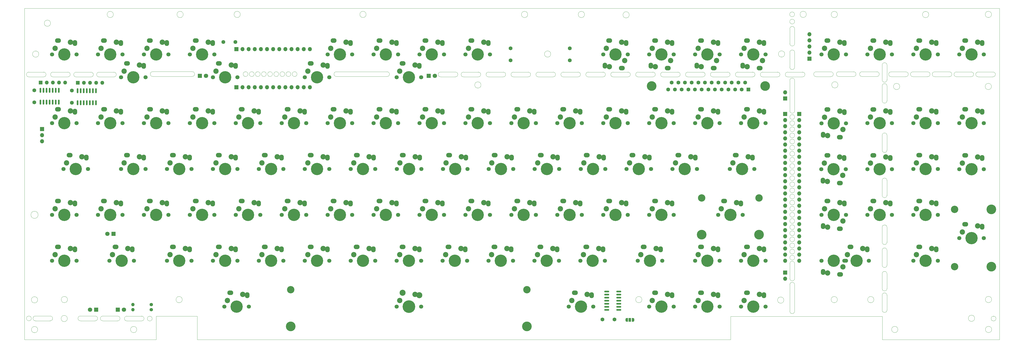
<source format=gbr>
G04 #@! TF.GenerationSoftware,KiCad,Pcbnew,7.0.6*
G04 #@! TF.CreationDate,2023-09-01T19:36:20-04:00*
G04 #@! TF.ProjectId,C128SX-mx,43313238-5358-42d6-9d78-2e6b69636164,1.0*
G04 #@! TF.SameCoordinates,Original*
G04 #@! TF.FileFunction,Soldermask,Bot*
G04 #@! TF.FilePolarity,Negative*
%FSLAX46Y46*%
G04 Gerber Fmt 4.6, Leading zero omitted, Abs format (unit mm)*
G04 Created by KiCad (PCBNEW 7.0.6) date 2023-09-01 19:36:20*
%MOMM*%
%LPD*%
G01*
G04 APERTURE LIST*
G04 Aperture macros list*
%AMRoundRect*
0 Rectangle with rounded corners*
0 $1 Rounding radius*
0 $2 $3 $4 $5 $6 $7 $8 $9 X,Y pos of 4 corners*
0 Add a 4 corners polygon primitive as box body*
4,1,4,$2,$3,$4,$5,$6,$7,$8,$9,$2,$3,0*
0 Add four circle primitives for the rounded corners*
1,1,$1+$1,$2,$3*
1,1,$1+$1,$4,$5*
1,1,$1+$1,$6,$7*
1,1,$1+$1,$8,$9*
0 Add four rect primitives between the rounded corners*
20,1,$1+$1,$2,$3,$4,$5,0*
20,1,$1+$1,$4,$5,$6,$7,0*
20,1,$1+$1,$6,$7,$8,$9,0*
20,1,$1+$1,$8,$9,$2,$3,0*%
%AMFreePoly0*
4,1,19,0.550000,-0.750000,0.000000,-0.750000,0.000000,-0.744911,-0.071157,-0.744911,-0.207708,-0.704816,-0.327430,-0.627875,-0.420627,-0.520320,-0.479746,-0.390866,-0.500000,-0.250000,-0.500000,0.250000,-0.479746,0.390866,-0.420627,0.520320,-0.327430,0.627875,-0.207708,0.704816,-0.071157,0.744911,0.000000,0.744911,0.000000,0.750000,0.550000,0.750000,0.550000,-0.750000,0.550000,-0.750000,
$1*%
%AMFreePoly1*
4,1,19,0.000000,0.744911,0.071157,0.744911,0.207708,0.704816,0.327430,0.627875,0.420627,0.520320,0.479746,0.390866,0.500000,0.250000,0.500000,-0.250000,0.479746,-0.390866,0.420627,-0.520320,0.327430,-0.627875,0.207708,-0.704816,0.071157,-0.744911,0.000000,-0.744911,0.000000,-0.750000,-0.550000,-0.750000,-0.550000,0.750000,0.000000,0.750000,0.000000,0.744911,0.000000,0.744911,
$1*%
G04 Aperture macros list end*
%ADD10C,1.700000*%
%ADD11C,5.100000*%
%ADD12C,2.200000*%
%ADD13O,1.900000X2.450000*%
%ADD14O,2.450000X1.900000*%
%ADD15R,1.800000X1.800000*%
%ADD16C,1.800000*%
%ADD17C,3.050000*%
%ADD18C,4.000000*%
%ADD19C,5.250000*%
%ADD20C,2.500000*%
%ADD21C,1.400000*%
%ADD22O,1.400000X1.400000*%
%ADD23R,1.700000X1.700000*%
%ADD24O,1.700000X1.700000*%
%ADD25RoundRect,0.150000X-0.150000X0.825000X-0.150000X-0.825000X0.150000X-0.825000X0.150000X0.825000X0*%
%ADD26R,1.600000X1.600000*%
%ADD27O,1.600000X1.600000*%
%ADD28C,1.600000*%
%ADD29FreePoly0,0.000000*%
%ADD30R,1.000000X1.500000*%
%ADD31FreePoly1,0.000000*%
%ADD32RoundRect,0.150000X0.825000X0.150000X-0.825000X0.150000X-0.825000X-0.150000X0.825000X-0.150000X0*%
G04 #@! TA.AperFunction,Profile*
%ADD33C,0.050000*%
G04 #@! TD*
G04 APERTURE END LIST*
D10*
X29530000Y-98230000D03*
D11*
X34610000Y-98230000D03*
D10*
X39690000Y-98230000D03*
D12*
X37150000Y-93150000D03*
D13*
X39010000Y-93530000D03*
D12*
X30800000Y-95690000D03*
D14*
X32010000Y-92480000D03*
D10*
X29530000Y-117280000D03*
D11*
X34610000Y-117280000D03*
D10*
X39690000Y-117280000D03*
D12*
X37150000Y-112200000D03*
D13*
X39010000Y-112580000D03*
D12*
X30800000Y-114740000D03*
D14*
X32010000Y-111530000D03*
D10*
X34292500Y-79180000D03*
D11*
X39372500Y-79180000D03*
D10*
X44452500Y-79180000D03*
D12*
X41912500Y-74100000D03*
D13*
X43772500Y-74480000D03*
D12*
X35562500Y-76640000D03*
D14*
X36772500Y-73430000D03*
D15*
X47823000Y-137600000D03*
D16*
X45283000Y-137600000D03*
D10*
X53342500Y-117280000D03*
D11*
X58422500Y-117280000D03*
D10*
X63502500Y-117280000D03*
D12*
X60962500Y-112200000D03*
D13*
X62822500Y-112580000D03*
D12*
X54612500Y-114740000D03*
D14*
X55822500Y-111530000D03*
D10*
X277141900Y-60130000D03*
D11*
X282221900Y-60130000D03*
D10*
X287301900Y-60130000D03*
D12*
X284761900Y-55050000D03*
D13*
X286621900Y-55430000D03*
D12*
X278411900Y-57590000D03*
D14*
X279621900Y-54380000D03*
D17*
X298935000Y-91230000D03*
D18*
X298935000Y-106470000D03*
D10*
X305755000Y-98230000D03*
D11*
X310835000Y-98230000D03*
D10*
X315915000Y-98230000D03*
D17*
X322735000Y-91230000D03*
D18*
X322735000Y-106470000D03*
D12*
X313375000Y-93150000D03*
D13*
X315235000Y-93530000D03*
D12*
X307025000Y-95690000D03*
D14*
X308235000Y-92480000D03*
D10*
X181930000Y-60130000D03*
D11*
X187010000Y-60130000D03*
D10*
X192090000Y-60130000D03*
D12*
X189550000Y-55050000D03*
D13*
X191410000Y-55430000D03*
D12*
X183200000Y-57590000D03*
D14*
X184410000Y-54380000D03*
D10*
X162880000Y-60130000D03*
D11*
X167960000Y-60130000D03*
D10*
X173040000Y-60130000D03*
D12*
X170500000Y-55050000D03*
D13*
X172360000Y-55430000D03*
D12*
X164150000Y-57590000D03*
D14*
X165360000Y-54380000D03*
D10*
X200980000Y-60130000D03*
D11*
X206060000Y-60130000D03*
D10*
X211140000Y-60130000D03*
D12*
X208600000Y-55050000D03*
D13*
X210460000Y-55430000D03*
D12*
X202250000Y-57590000D03*
D14*
X203460000Y-54380000D03*
D10*
X124792700Y-60130000D03*
D11*
X129872700Y-60130000D03*
D10*
X134952700Y-60130000D03*
D12*
X132412700Y-55050000D03*
D13*
X134272700Y-55430000D03*
D12*
X126062700Y-57590000D03*
D14*
X127272700Y-54380000D03*
D10*
X86680000Y-60130000D03*
D11*
X91760000Y-60130000D03*
D10*
X96840000Y-60130000D03*
D12*
X94300000Y-55050000D03*
D13*
X96160000Y-55430000D03*
D12*
X87950000Y-57590000D03*
D14*
X89160000Y-54380000D03*
D10*
X58105000Y-79180000D03*
D11*
X63185000Y-79180000D03*
D10*
X68265000Y-79180000D03*
D12*
X65725000Y-74100000D03*
D13*
X67585000Y-74480000D03*
D12*
X59375000Y-76640000D03*
D14*
X60585000Y-73430000D03*
D10*
X105730000Y-60130000D03*
D11*
X110810000Y-60130000D03*
D10*
X115890000Y-60130000D03*
D12*
X113350000Y-55050000D03*
D13*
X115210000Y-55430000D03*
D12*
X107000000Y-57590000D03*
D14*
X108210000Y-54380000D03*
D10*
X220030000Y-60130000D03*
D11*
X225110000Y-60130000D03*
D10*
X230190000Y-60130000D03*
D12*
X227650000Y-55050000D03*
D13*
X229510000Y-55430000D03*
D12*
X221300000Y-57590000D03*
D14*
X222510000Y-54380000D03*
D10*
X48605400Y-60130000D03*
D11*
X53685400Y-60130000D03*
D10*
X58765400Y-60130000D03*
D12*
X56225400Y-55050000D03*
D13*
X58085400Y-55430000D03*
D12*
X49875400Y-57590000D03*
D14*
X51085400Y-54380000D03*
D10*
X296230000Y-117280000D03*
D11*
X301310000Y-117280000D03*
D10*
X306390000Y-117280000D03*
D12*
X303850000Y-112200000D03*
D13*
X305710000Y-112580000D03*
D12*
X297500000Y-114740000D03*
D14*
X298710000Y-111530000D03*
D10*
X67655400Y-60130000D03*
D11*
X72735400Y-60130000D03*
D10*
X77815400Y-60130000D03*
D12*
X75275400Y-55050000D03*
D13*
X77135400Y-55430000D03*
D12*
X68925400Y-57590000D03*
D14*
X70135400Y-54380000D03*
D10*
X191455000Y-117280000D03*
D11*
X196535000Y-117280000D03*
D10*
X201615000Y-117280000D03*
D12*
X199075000Y-112200000D03*
D13*
X200935000Y-112580000D03*
D12*
X192725000Y-114740000D03*
D14*
X193935000Y-111530000D03*
D10*
X77155000Y-79180000D03*
D11*
X82235000Y-79180000D03*
D10*
X87315000Y-79180000D03*
D12*
X84775000Y-74100000D03*
D13*
X86635000Y-74480000D03*
D12*
X78425000Y-76640000D03*
D14*
X79635000Y-73430000D03*
D10*
X124780000Y-98230000D03*
D11*
X129860000Y-98230000D03*
D10*
X134940000Y-98230000D03*
D12*
X132400000Y-93150000D03*
D13*
X134260000Y-93530000D03*
D12*
X126050000Y-95690000D03*
D14*
X127260000Y-92480000D03*
D10*
X134305000Y-79180000D03*
D11*
X139385000Y-79180000D03*
D10*
X144465000Y-79180000D03*
D12*
X141925000Y-74100000D03*
D13*
X143785000Y-74480000D03*
D12*
X135575000Y-76640000D03*
D14*
X136785000Y-73430000D03*
D10*
X143830000Y-98230000D03*
D11*
X148910000Y-98230000D03*
D10*
X153990000Y-98230000D03*
D12*
X151450000Y-93150000D03*
D13*
X153310000Y-93530000D03*
D12*
X145100000Y-95690000D03*
D14*
X146310000Y-92480000D03*
D10*
X277141900Y-98230000D03*
D11*
X282221900Y-98230000D03*
D10*
X287301900Y-98230000D03*
D12*
X284761900Y-93150000D03*
D13*
X286621900Y-93530000D03*
D12*
X278411900Y-95690000D03*
D14*
X279621900Y-92480000D03*
D10*
X296230000Y-60130000D03*
D11*
X301310000Y-60130000D03*
D10*
X306390000Y-60130000D03*
D12*
X303850000Y-55050000D03*
D13*
X305710000Y-55430000D03*
D12*
X297500000Y-57590000D03*
D14*
X298710000Y-54380000D03*
D10*
X210505000Y-117280000D03*
D11*
X215585000Y-117280000D03*
D10*
X220665000Y-117280000D03*
D12*
X218125000Y-112200000D03*
D13*
X219985000Y-112580000D03*
D12*
X211775000Y-114740000D03*
D14*
X212985000Y-111530000D03*
D10*
X162867300Y-98230000D03*
D11*
X167947300Y-98230000D03*
D10*
X173027300Y-98230000D03*
D12*
X170487300Y-93150000D03*
D13*
X172347300Y-93530000D03*
D12*
X164137300Y-95690000D03*
D14*
X165347300Y-92480000D03*
D10*
X239080000Y-98230000D03*
D11*
X244160000Y-98230000D03*
D10*
X249240000Y-98230000D03*
D12*
X246700000Y-93150000D03*
D13*
X248560000Y-93530000D03*
D12*
X240350000Y-95690000D03*
D14*
X241560000Y-92480000D03*
D10*
X248782800Y-79180000D03*
D11*
X253862800Y-79180000D03*
D10*
X258942800Y-79180000D03*
D12*
X256402800Y-74100000D03*
D13*
X258262800Y-74480000D03*
D12*
X250052800Y-76640000D03*
D14*
X251262800Y-73430000D03*
D10*
X77155000Y-117280000D03*
D11*
X82235000Y-117280000D03*
D10*
X87315000Y-117280000D03*
D12*
X84775000Y-112200000D03*
D13*
X86635000Y-112580000D03*
D12*
X78425000Y-114740000D03*
D14*
X79635000Y-111530000D03*
D10*
X58105000Y-41080000D03*
D11*
X63185000Y-41080000D03*
D10*
X68265000Y-41080000D03*
D12*
X65725000Y-36000000D03*
D13*
X67585000Y-36380000D03*
D12*
X59375000Y-38540000D03*
D14*
X60585000Y-35330000D03*
D10*
X172405000Y-41080000D03*
D11*
X177485000Y-41080000D03*
D10*
X182565000Y-41080000D03*
D12*
X180025000Y-36000000D03*
D13*
X181885000Y-36380000D03*
D12*
X173675000Y-38540000D03*
D14*
X174885000Y-35330000D03*
D10*
X134305000Y-41080000D03*
D11*
X139385000Y-41080000D03*
D10*
X144465000Y-41080000D03*
D12*
X141925000Y-36000000D03*
D13*
X143785000Y-36380000D03*
D12*
X135575000Y-38540000D03*
D14*
X136785000Y-35330000D03*
D10*
X96205000Y-41080000D03*
D11*
X101285000Y-41080000D03*
D10*
X106365000Y-41080000D03*
D12*
X103825000Y-36000000D03*
D13*
X105685000Y-36380000D03*
D12*
X97475000Y-38540000D03*
D14*
X98685000Y-35330000D03*
D10*
X258130000Y-98230000D03*
D11*
X263210000Y-98230000D03*
D10*
X268290000Y-98230000D03*
D12*
X265750000Y-93150000D03*
D13*
X267610000Y-93530000D03*
D12*
X259400000Y-95690000D03*
D14*
X260610000Y-92480000D03*
D10*
X315280000Y-60130000D03*
D11*
X320360000Y-60130000D03*
D10*
X325440000Y-60130000D03*
D12*
X322900000Y-55050000D03*
D13*
X324760000Y-55430000D03*
D12*
X316550000Y-57590000D03*
D14*
X317760000Y-54380000D03*
D10*
X143830000Y-60130000D03*
D11*
X148910000Y-60130000D03*
D10*
X153990000Y-60130000D03*
D12*
X151450000Y-55050000D03*
D13*
X153310000Y-55430000D03*
D12*
X145100000Y-57590000D03*
D14*
X146310000Y-54380000D03*
D10*
X191683600Y-79180000D03*
D11*
X196763600Y-79180000D03*
D10*
X201843600Y-79180000D03*
D12*
X199303600Y-74100000D03*
D13*
X201163600Y-74480000D03*
D12*
X192953600Y-76640000D03*
D14*
X194163600Y-73430000D03*
D10*
X105730000Y-98230000D03*
D11*
X110810000Y-98230000D03*
D10*
X115890000Y-98230000D03*
D12*
X113350000Y-93150000D03*
D13*
X115210000Y-93530000D03*
D12*
X107000000Y-95690000D03*
D14*
X108210000Y-92480000D03*
D10*
X229720100Y-79180000D03*
D11*
X234800100Y-79180000D03*
D10*
X239880100Y-79180000D03*
D12*
X237340100Y-74100000D03*
D13*
X239200100Y-74480000D03*
D12*
X230990100Y-76640000D03*
D14*
X232200100Y-73430000D03*
D10*
X220030000Y-98230000D03*
D11*
X225110000Y-98230000D03*
D10*
X230190000Y-98230000D03*
D12*
X227650000Y-93150000D03*
D13*
X229510000Y-93530000D03*
D12*
X221300000Y-95690000D03*
D14*
X222510000Y-92480000D03*
D10*
X153418500Y-79180000D03*
D11*
X158498500Y-79180000D03*
D10*
X163578500Y-79180000D03*
D12*
X161038500Y-74100000D03*
D13*
X162898500Y-74480000D03*
D12*
X154688500Y-76640000D03*
D14*
X155898500Y-73430000D03*
D10*
X210644700Y-79180000D03*
D11*
X215724700Y-79180000D03*
D10*
X220804700Y-79180000D03*
D12*
X218264700Y-74100000D03*
D13*
X220124700Y-74480000D03*
D12*
X211914700Y-76640000D03*
D14*
X213124700Y-73430000D03*
D10*
X258117300Y-60130000D03*
D11*
X263197300Y-60130000D03*
D10*
X268277300Y-60130000D03*
D12*
X265737300Y-55050000D03*
D13*
X267597300Y-55430000D03*
D12*
X259387300Y-57590000D03*
D14*
X260597300Y-54380000D03*
D10*
X172493900Y-79180000D03*
D11*
X177573900Y-79180000D03*
D10*
X182653900Y-79180000D03*
D12*
X180113900Y-74100000D03*
D13*
X181973900Y-74480000D03*
D12*
X173763900Y-76640000D03*
D14*
X174973900Y-73430000D03*
D10*
X67630000Y-98230000D03*
D11*
X72710000Y-98230000D03*
D10*
X77790000Y-98230000D03*
D12*
X75250000Y-93150000D03*
D13*
X77110000Y-93530000D03*
D12*
X68900000Y-95690000D03*
D14*
X70110000Y-92480000D03*
D10*
X115255000Y-79180000D03*
D11*
X120335000Y-79180000D03*
D10*
X125415000Y-79180000D03*
D12*
X122875000Y-74100000D03*
D13*
X124735000Y-74480000D03*
D12*
X116525000Y-76640000D03*
D14*
X117735000Y-73430000D03*
D10*
X96205000Y-79180000D03*
D11*
X101285000Y-79180000D03*
D10*
X106365000Y-79180000D03*
D12*
X103825000Y-74100000D03*
D13*
X105685000Y-74480000D03*
D12*
X97475000Y-76640000D03*
D14*
X98685000Y-73430000D03*
D10*
X200967300Y-98230000D03*
D11*
X206047300Y-98230000D03*
D10*
X211127300Y-98230000D03*
D12*
X208587300Y-93150000D03*
D13*
X210447300Y-93530000D03*
D12*
X202237300Y-95690000D03*
D14*
X203447300Y-92480000D03*
D10*
X181917300Y-98230000D03*
D11*
X186997300Y-98230000D03*
D10*
X192077300Y-98230000D03*
D12*
X189537300Y-93150000D03*
D13*
X191397300Y-93530000D03*
D12*
X183187300Y-95690000D03*
D14*
X184397300Y-92480000D03*
D10*
X239080000Y-60130000D03*
D11*
X244160000Y-60130000D03*
D10*
X249240000Y-60130000D03*
D12*
X246700000Y-55050000D03*
D13*
X248560000Y-55430000D03*
D12*
X240350000Y-57590000D03*
D14*
X241560000Y-54380000D03*
D10*
X115255000Y-117280000D03*
D11*
X120335000Y-117280000D03*
D10*
X125415000Y-117280000D03*
D12*
X122875000Y-112200000D03*
D13*
X124735000Y-112580000D03*
D12*
X116525000Y-114740000D03*
D14*
X117735000Y-111530000D03*
D10*
X96205000Y-117280000D03*
D11*
X101285000Y-117280000D03*
D10*
X106365000Y-117280000D03*
D12*
X103825000Y-112200000D03*
D13*
X105685000Y-112580000D03*
D12*
X97475000Y-114740000D03*
D14*
X98685000Y-111530000D03*
D10*
X229555000Y-117280000D03*
D11*
X234635000Y-117280000D03*
D10*
X239715000Y-117280000D03*
D12*
X237175000Y-112200000D03*
D13*
X239035000Y-112580000D03*
D12*
X230825000Y-114740000D03*
D14*
X232035000Y-111530000D03*
D10*
X172405000Y-117280000D03*
D11*
X177485000Y-117280000D03*
D10*
X182565000Y-117280000D03*
D12*
X180025000Y-112200000D03*
D13*
X181885000Y-112580000D03*
D12*
X173675000Y-114740000D03*
D14*
X174885000Y-111530000D03*
D10*
X86680000Y-98230000D03*
D11*
X91760000Y-98230000D03*
D10*
X96840000Y-98230000D03*
D12*
X94300000Y-93150000D03*
D13*
X96160000Y-93530000D03*
D12*
X87950000Y-95690000D03*
D14*
X89160000Y-92480000D03*
D10*
X248605000Y-117280000D03*
D11*
X253685000Y-117280000D03*
D10*
X258765000Y-117280000D03*
D12*
X256225000Y-112200000D03*
D13*
X258085000Y-112580000D03*
D12*
X249875000Y-114740000D03*
D14*
X251085000Y-111530000D03*
D10*
X134305000Y-117280000D03*
D11*
X139385000Y-117280000D03*
D10*
X144465000Y-117280000D03*
D12*
X141925000Y-112200000D03*
D13*
X143785000Y-112580000D03*
D12*
X135575000Y-114740000D03*
D14*
X136785000Y-111530000D03*
D10*
X153355000Y-117280000D03*
D11*
X158435000Y-117280000D03*
D10*
X163515000Y-117280000D03*
D12*
X160975000Y-112200000D03*
D13*
X162835000Y-112580000D03*
D12*
X154625000Y-114740000D03*
D14*
X155835000Y-111530000D03*
D10*
X267743900Y-79180000D03*
D11*
X272823900Y-79180000D03*
D10*
X277903900Y-79180000D03*
D12*
X275363900Y-74100000D03*
D13*
X277223900Y-74480000D03*
D12*
X269013900Y-76640000D03*
D14*
X270223900Y-73430000D03*
D10*
X296242700Y-136330000D03*
D11*
X301322700Y-136330000D03*
D10*
X306402700Y-136330000D03*
D12*
X303862700Y-131250000D03*
D13*
X305722700Y-131630000D03*
D12*
X297512700Y-133790000D03*
D14*
X298722700Y-130580000D03*
D10*
X315241900Y-136330000D03*
D11*
X320321900Y-136330000D03*
D10*
X325401900Y-136330000D03*
D12*
X322861900Y-131250000D03*
D13*
X324721900Y-131630000D03*
D12*
X316511900Y-133790000D03*
D14*
X317721900Y-130580000D03*
D10*
X272417500Y-117280000D03*
D11*
X277497500Y-117280000D03*
D10*
X282577500Y-117280000D03*
D12*
X280037500Y-112200000D03*
D13*
X281897500Y-112580000D03*
D12*
X273687500Y-114740000D03*
D14*
X274897500Y-111530000D03*
D10*
X277180000Y-136330000D03*
D11*
X282260000Y-136330000D03*
D10*
X287340000Y-136330000D03*
D12*
X284800000Y-131250000D03*
D13*
X286660000Y-131630000D03*
D12*
X278450000Y-133790000D03*
D14*
X279660000Y-130580000D03*
D15*
X56775000Y-137625000D03*
D16*
X59315000Y-137625000D03*
D17*
X128485000Y-129330000D03*
D18*
X128485000Y-144570000D03*
D10*
X172405000Y-136330000D03*
D19*
X177485000Y-136330000D03*
D10*
X182565000Y-136330000D03*
D17*
X226485000Y-129330000D03*
D18*
X226485000Y-144570000D03*
D12*
X180025000Y-131250000D03*
D20*
X181885000Y-131630000D03*
D12*
X173675000Y-133790000D03*
D20*
X174885000Y-130580000D03*
D10*
X348617500Y-60223300D03*
D11*
X353697500Y-60223300D03*
D10*
X358777500Y-60223300D03*
D12*
X356237500Y-55143300D03*
D13*
X358097500Y-55523300D03*
D12*
X349887500Y-57683300D03*
D14*
X351097500Y-54473300D03*
D10*
X181930000Y-31555000D03*
D11*
X187010000Y-31555000D03*
D10*
X192090000Y-31555000D03*
D12*
X189550000Y-26475000D03*
D13*
X191410000Y-26855000D03*
D12*
X183200000Y-29015000D03*
D14*
X184410000Y-25805000D03*
D10*
X48580000Y-98230000D03*
D11*
X53660000Y-98230000D03*
D10*
X58740000Y-98230000D03*
D12*
X56200000Y-93150000D03*
D13*
X58060000Y-93530000D03*
D12*
X49850000Y-95690000D03*
D14*
X51060000Y-92480000D03*
D10*
X358777500Y-98200000D03*
D11*
X353697500Y-98200000D03*
D10*
X348617500Y-98200000D03*
D12*
X351157500Y-103280000D03*
D13*
X349297500Y-102900000D03*
D12*
X357507500Y-100740000D03*
D14*
X356297500Y-103950000D03*
D10*
X268290000Y-31555000D03*
D11*
X263210000Y-31555000D03*
D10*
X258130000Y-31555000D03*
D12*
X260670000Y-36635000D03*
D13*
X258810000Y-36255000D03*
D12*
X267020000Y-34095000D03*
D14*
X265810000Y-37305000D03*
D10*
X29530000Y-60130000D03*
D11*
X34610000Y-60130000D03*
D10*
X39690000Y-60130000D03*
D12*
X37150000Y-55050000D03*
D13*
X39010000Y-55430000D03*
D12*
X30800000Y-57590000D03*
D14*
X32010000Y-54380000D03*
D10*
X367667500Y-60170000D03*
D11*
X372747500Y-60170000D03*
D10*
X377827500Y-60170000D03*
D12*
X375287500Y-55090000D03*
D13*
X377147500Y-55470000D03*
D12*
X368937500Y-57630000D03*
D14*
X370147500Y-54420000D03*
D10*
X86680000Y-31555000D03*
D11*
X91760000Y-31555000D03*
D10*
X96840000Y-31555000D03*
D12*
X94300000Y-26475000D03*
D13*
X96160000Y-26855000D03*
D12*
X87950000Y-29015000D03*
D14*
X89160000Y-25805000D03*
D15*
X54975000Y-106100000D03*
D16*
X52435000Y-106100000D03*
D10*
X306390000Y-31555000D03*
D11*
X301310000Y-31555000D03*
D10*
X296230000Y-31555000D03*
D12*
X298770000Y-36635000D03*
D13*
X296910000Y-36255000D03*
D12*
X305120000Y-34095000D03*
D14*
X303910000Y-37305000D03*
D15*
X185775000Y-40500000D03*
D16*
X188315000Y-40500000D03*
D10*
X348617500Y-98200000D03*
D11*
X353697500Y-98200000D03*
D10*
X358777500Y-98200000D03*
D12*
X356237500Y-93120000D03*
D13*
X358097500Y-93500000D03*
D12*
X349887500Y-95660000D03*
D14*
X351097500Y-92450000D03*
D10*
X358750500Y-79273300D03*
D11*
X353670500Y-79273300D03*
D10*
X348590500Y-79273300D03*
D12*
X351130500Y-84353300D03*
D13*
X349270500Y-83973300D03*
D12*
X357480500Y-81813300D03*
D14*
X356270500Y-85023300D03*
D10*
X287340000Y-31555000D03*
D11*
X282260000Y-31555000D03*
D10*
X277180000Y-31555000D03*
D12*
X279720000Y-36635000D03*
D13*
X277860000Y-36255000D03*
D12*
X286070000Y-34095000D03*
D14*
X284860000Y-37305000D03*
D10*
X367667500Y-98200000D03*
D11*
X372747500Y-98200000D03*
D10*
X377827500Y-98200000D03*
D12*
X375287500Y-93120000D03*
D13*
X377147500Y-93500000D03*
D12*
X368937500Y-95660000D03*
D14*
X370147500Y-92450000D03*
D10*
X143830000Y-31555000D03*
D11*
X148910000Y-31555000D03*
D10*
X153990000Y-31555000D03*
D12*
X151450000Y-26475000D03*
D13*
X153310000Y-26855000D03*
D12*
X145100000Y-29015000D03*
D14*
X146310000Y-25805000D03*
D10*
X386717500Y-60130000D03*
D11*
X391797500Y-60130000D03*
D10*
X396877500Y-60130000D03*
D12*
X394337500Y-55050000D03*
D13*
X396197500Y-55430000D03*
D12*
X387987500Y-57590000D03*
D14*
X389197500Y-54380000D03*
D10*
X405767500Y-31555000D03*
D11*
X410847500Y-31555000D03*
D10*
X415927500Y-31555000D03*
D12*
X413387500Y-26475000D03*
D13*
X415247500Y-26855000D03*
D12*
X407037500Y-29015000D03*
D14*
X408247500Y-25805000D03*
D10*
X100967500Y-136330000D03*
D11*
X106047500Y-136330000D03*
D10*
X111127500Y-136330000D03*
D12*
X108587500Y-131250000D03*
D13*
X110447500Y-131630000D03*
D12*
X102237500Y-133790000D03*
D14*
X103447500Y-130580000D03*
D10*
X315280000Y-31555000D03*
D11*
X320360000Y-31555000D03*
D10*
X325440000Y-31555000D03*
D12*
X322900000Y-26475000D03*
D13*
X324760000Y-26855000D03*
D12*
X316550000Y-29015000D03*
D14*
X317760000Y-25805000D03*
D10*
X315280000Y-117280000D03*
D11*
X320360000Y-117280000D03*
D10*
X325440000Y-117280000D03*
D12*
X322900000Y-112200000D03*
D13*
X324760000Y-112580000D03*
D12*
X316550000Y-114740000D03*
D14*
X317760000Y-111530000D03*
D10*
X386717500Y-117270000D03*
D11*
X391797500Y-117270000D03*
D10*
X396877500Y-117270000D03*
D12*
X394337500Y-112190000D03*
D13*
X396197500Y-112570000D03*
D12*
X387987500Y-114730000D03*
D14*
X389197500Y-111520000D03*
D10*
X286793900Y-79180000D03*
D11*
X291873900Y-79180000D03*
D10*
X296953900Y-79180000D03*
D12*
X294413900Y-74100000D03*
D13*
X296273900Y-74480000D03*
D12*
X288063900Y-76640000D03*
D14*
X289273900Y-73430000D03*
D10*
X162880000Y-31555000D03*
D11*
X167960000Y-31555000D03*
D10*
X173040000Y-31555000D03*
D12*
X170500000Y-26475000D03*
D13*
X172360000Y-26855000D03*
D12*
X164150000Y-29015000D03*
D14*
X165360000Y-25805000D03*
D10*
X296230000Y-31555000D03*
D11*
X301310000Y-31555000D03*
D10*
X306390000Y-31555000D03*
D12*
X303850000Y-26475000D03*
D13*
X305710000Y-26855000D03*
D12*
X297500000Y-29015000D03*
D14*
X298710000Y-25805000D03*
D10*
X310581000Y-79180000D03*
D11*
X315661000Y-79180000D03*
D10*
X320741000Y-79180000D03*
D12*
X318201000Y-74100000D03*
D13*
X320061000Y-74480000D03*
D12*
X311851000Y-76640000D03*
D14*
X313061000Y-73430000D03*
D10*
X277180000Y-31555000D03*
D11*
X282260000Y-31555000D03*
D10*
X287340000Y-31555000D03*
D12*
X284800000Y-26475000D03*
D13*
X286660000Y-26855000D03*
D12*
X278450000Y-29015000D03*
D14*
X279660000Y-25805000D03*
D10*
X386717500Y-79180000D03*
D11*
X391797500Y-79180000D03*
D10*
X396877500Y-79180000D03*
D12*
X394337500Y-74100000D03*
D13*
X396197500Y-74480000D03*
D12*
X387987500Y-76640000D03*
D14*
X389197500Y-73430000D03*
D10*
X258130000Y-31555000D03*
D11*
X263210000Y-31555000D03*
D10*
X268290000Y-31555000D03*
D12*
X265750000Y-26475000D03*
D13*
X267610000Y-26855000D03*
D12*
X259400000Y-29015000D03*
D14*
X260610000Y-25805000D03*
D10*
X348617500Y-31555000D03*
D11*
X353697500Y-31555000D03*
D10*
X358777500Y-31555000D03*
D12*
X356237500Y-26475000D03*
D13*
X358097500Y-26855000D03*
D12*
X349887500Y-29015000D03*
D14*
X351097500Y-25805000D03*
D10*
X48580000Y-31555000D03*
D11*
X53660000Y-31555000D03*
D10*
X58740000Y-31555000D03*
D12*
X56200000Y-26475000D03*
D13*
X58060000Y-26855000D03*
D12*
X49850000Y-29015000D03*
D14*
X51060000Y-25805000D03*
D10*
X348590500Y-79273300D03*
D11*
X353670500Y-79273300D03*
D10*
X358750500Y-79273300D03*
D12*
X356210500Y-74193300D03*
D13*
X358070500Y-74573300D03*
D12*
X349860500Y-76733300D03*
D14*
X351070500Y-73523300D03*
D10*
X367667500Y-31555000D03*
D11*
X372747500Y-31555000D03*
D10*
X377827500Y-31555000D03*
D12*
X375287500Y-26475000D03*
D13*
X377147500Y-26855000D03*
D12*
X368937500Y-29015000D03*
D14*
X370147500Y-25805000D03*
D10*
X325440000Y-31555000D03*
D11*
X320360000Y-31555000D03*
D10*
X315280000Y-31555000D03*
D12*
X317820000Y-36635000D03*
D13*
X315960000Y-36255000D03*
D12*
X324170000Y-34095000D03*
D14*
X322960000Y-37305000D03*
D10*
X358779900Y-117244200D03*
D11*
X353699900Y-117244200D03*
D10*
X348619900Y-117244200D03*
D12*
X351159900Y-122324200D03*
D13*
X349299900Y-121944200D03*
D12*
X357509900Y-119784200D03*
D14*
X356299900Y-122994200D03*
D10*
X367667500Y-79273300D03*
D11*
X372747500Y-79273300D03*
D10*
X377827500Y-79273300D03*
D12*
X375287500Y-74193300D03*
D13*
X377147500Y-74573300D03*
D12*
X368937500Y-76733300D03*
D14*
X370147500Y-73523300D03*
D10*
X29530000Y-31555000D03*
D11*
X34610000Y-31555000D03*
D10*
X39690000Y-31555000D03*
D12*
X37150000Y-26475000D03*
D13*
X39010000Y-26855000D03*
D12*
X30800000Y-29015000D03*
D14*
X32010000Y-25805000D03*
D10*
X386717500Y-98210000D03*
D11*
X391797500Y-98210000D03*
D10*
X396877500Y-98210000D03*
D12*
X394337500Y-93130000D03*
D13*
X396197500Y-93510000D03*
D12*
X387987500Y-95670000D03*
D14*
X389197500Y-92460000D03*
D10*
X67630000Y-31555000D03*
D11*
X72710000Y-31555000D03*
D10*
X77790000Y-31555000D03*
D12*
X75250000Y-26475000D03*
D13*
X77110000Y-26855000D03*
D12*
X68900000Y-29015000D03*
D14*
X70110000Y-25805000D03*
D10*
X358142500Y-117244900D03*
D11*
X363222500Y-117244900D03*
D10*
X368302500Y-117244900D03*
D12*
X365762500Y-112164900D03*
D13*
X367622500Y-112544900D03*
D12*
X359412500Y-114704900D03*
D14*
X360622500Y-111494900D03*
D10*
X200980000Y-31555000D03*
D11*
X206060000Y-31555000D03*
D10*
X211140000Y-31555000D03*
D12*
X208600000Y-26475000D03*
D13*
X210460000Y-26855000D03*
D12*
X202250000Y-29015000D03*
D14*
X203460000Y-25805000D03*
D10*
X358777500Y-60223300D03*
D11*
X353697500Y-60223300D03*
D10*
X348617500Y-60223300D03*
D12*
X351157500Y-65303300D03*
D13*
X349297500Y-64923300D03*
D12*
X357507500Y-62763300D03*
D14*
X356297500Y-65973300D03*
D10*
X243842500Y-136330000D03*
D11*
X248922500Y-136330000D03*
D10*
X254002500Y-136330000D03*
D12*
X251462500Y-131250000D03*
D13*
X253322500Y-131630000D03*
D12*
X245112500Y-133790000D03*
D14*
X246322500Y-130580000D03*
D17*
X403847500Y-95948300D03*
X403847500Y-119748300D03*
D10*
X405767500Y-107848300D03*
D11*
X410847500Y-107848300D03*
D10*
X415927500Y-107848300D03*
D18*
X419087500Y-95948300D03*
X419087500Y-119748300D03*
D12*
X413387500Y-102768300D03*
D13*
X415247500Y-103148300D03*
D12*
X407037500Y-105308300D03*
D14*
X408247500Y-102098300D03*
D10*
X405767500Y-60130000D03*
D11*
X410847500Y-60130000D03*
D10*
X415927500Y-60130000D03*
D12*
X413387500Y-55050000D03*
D13*
X415247500Y-55430000D03*
D12*
X407037500Y-57590000D03*
D14*
X408247500Y-54380000D03*
D15*
X90810000Y-40450000D03*
D16*
X93350000Y-40450000D03*
D10*
X405767500Y-79273300D03*
D11*
X410847500Y-79273300D03*
D10*
X415927500Y-79273300D03*
D12*
X413387500Y-74193300D03*
D13*
X415247500Y-74573300D03*
D12*
X407037500Y-76733300D03*
D14*
X408247500Y-73523300D03*
D10*
X386717500Y-31555000D03*
D11*
X391797500Y-31555000D03*
D10*
X396877500Y-31555000D03*
D12*
X394337500Y-26475000D03*
D13*
X396197500Y-26855000D03*
D12*
X387987500Y-29015000D03*
D14*
X389197500Y-25805000D03*
D21*
X70650000Y-135450000D03*
D22*
X63030000Y-135450000D03*
D23*
X333550000Y-49925000D03*
D24*
X333550000Y-47385000D03*
D23*
X105974900Y-29419200D03*
D24*
X108514900Y-29419200D03*
X111054900Y-29419200D03*
X113594900Y-29419200D03*
X116134900Y-29419200D03*
X118674900Y-29419200D03*
X121214900Y-29419200D03*
X123754900Y-29419200D03*
X126294900Y-29419200D03*
X128834900Y-29419200D03*
X131374900Y-29419200D03*
X133914900Y-29419200D03*
X136454900Y-29419200D03*
D23*
X105959901Y-45194200D03*
D24*
X108499901Y-45194200D03*
X111039901Y-45194200D03*
X113579901Y-45194200D03*
X116119901Y-45194200D03*
X118659901Y-45194200D03*
X121199901Y-45194200D03*
X123739901Y-45194200D03*
X126279901Y-45194200D03*
X128819901Y-45194200D03*
X131359901Y-45194200D03*
X133899901Y-45194200D03*
X136439901Y-45194200D03*
D25*
X40150000Y-46700000D03*
X41420000Y-46700000D03*
X42690000Y-46700000D03*
X43960000Y-46700000D03*
X45230000Y-46700000D03*
X46500000Y-46700000D03*
X47770000Y-46700000D03*
X47770000Y-51650000D03*
X46500000Y-51650000D03*
X45230000Y-51650000D03*
X43960000Y-51650000D03*
X42690000Y-51650000D03*
X41420000Y-51650000D03*
X40150000Y-51650000D03*
D26*
X24810000Y-43300000D03*
D27*
X27350000Y-43300000D03*
X29890000Y-43300000D03*
X32430000Y-43300000D03*
X34970000Y-43300000D03*
D23*
X333575000Y-122200000D03*
D24*
X333575000Y-124740000D03*
D23*
X339375000Y-56325000D03*
D24*
X339375000Y-58865000D03*
X339375000Y-61405000D03*
X339375000Y-63945000D03*
X339375000Y-66485000D03*
X339375000Y-69025000D03*
X339375000Y-71565000D03*
X339375000Y-74105000D03*
X339375000Y-76645000D03*
X339375000Y-79185000D03*
X339375000Y-81725000D03*
X339375000Y-84265000D03*
X339375000Y-86805000D03*
X339375000Y-89345000D03*
X339375000Y-91885000D03*
X339375000Y-94425000D03*
X339375000Y-96965000D03*
X339375000Y-99505000D03*
X339375000Y-102045000D03*
X339375000Y-104585000D03*
X339375000Y-107125000D03*
X339375000Y-109665000D03*
X339375000Y-112205000D03*
X339375000Y-114745000D03*
X339375000Y-117285000D03*
D28*
X22145000Y-46475000D03*
X22145000Y-51475000D03*
D29*
X267850000Y-141875000D03*
D30*
X269150000Y-141875000D03*
D31*
X270450000Y-141875000D03*
D23*
X343649900Y-33394200D03*
D24*
X343649900Y-30854200D03*
X343649900Y-28314200D03*
X343649900Y-25774200D03*
X343649900Y-23234200D03*
D28*
X219699900Y-29094200D03*
X219699900Y-34094200D03*
D26*
X40185000Y-43325000D03*
D27*
X42725000Y-43325000D03*
X45265000Y-43325000D03*
X47805000Y-43325000D03*
X50345000Y-43325000D03*
D23*
X333550000Y-56300000D03*
D24*
X333550000Y-58840000D03*
X333550000Y-61380000D03*
X333550000Y-63920000D03*
X333550000Y-66460000D03*
X333550000Y-69000000D03*
X333550000Y-71540000D03*
X333550000Y-74080000D03*
X333550000Y-76620000D03*
X333550000Y-79160000D03*
X333550000Y-81700000D03*
X333550000Y-84240000D03*
X333550000Y-86780000D03*
X333550000Y-89320000D03*
X333550000Y-91860000D03*
X333550000Y-94400000D03*
X333550000Y-96940000D03*
X333550000Y-99480000D03*
X333550000Y-102020000D03*
X333550000Y-104560000D03*
X333550000Y-107100000D03*
X333550000Y-109640000D03*
X333550000Y-112180000D03*
X333550000Y-114720000D03*
X333550000Y-117260000D03*
D21*
X70675000Y-137600000D03*
D22*
X63055000Y-137600000D03*
D25*
X24725000Y-46500000D03*
X25995000Y-46500000D03*
X27265000Y-46500000D03*
X28535000Y-46500000D03*
X29805000Y-46500000D03*
X31075000Y-46500000D03*
X32345000Y-46500000D03*
X32345000Y-51450000D03*
X31075000Y-51450000D03*
X29805000Y-51450000D03*
X28535000Y-51450000D03*
X27265000Y-51450000D03*
X25995000Y-51450000D03*
X24725000Y-51450000D03*
D28*
X105549900Y-26469200D03*
X100549900Y-26469200D03*
X37745000Y-46625000D03*
X37745000Y-51625000D03*
X244249900Y-29094200D03*
X244249900Y-34094200D03*
X257774469Y-141650698D03*
X262774469Y-141650698D03*
D32*
X264524569Y-130081498D03*
X264524569Y-131351498D03*
X264524569Y-132621498D03*
X264524569Y-133891498D03*
X264524569Y-135161498D03*
X264524569Y-136431498D03*
X264524569Y-137701498D03*
X259574569Y-137701498D03*
X259574569Y-136431498D03*
X259574569Y-135161498D03*
X259574569Y-133891498D03*
X259574569Y-132621498D03*
X259574569Y-131351498D03*
X259574569Y-130081498D03*
D18*
X278158000Y-44740000D03*
X325258000Y-44740000D03*
D26*
X318328000Y-46160000D03*
D28*
X315558000Y-46160000D03*
X312788000Y-46160000D03*
X310018000Y-46160000D03*
X307248000Y-46160000D03*
X304478000Y-46160000D03*
X301708000Y-46160000D03*
X298938000Y-46160000D03*
X296168000Y-46160000D03*
X293398000Y-46160000D03*
X290628000Y-46160000D03*
X287858000Y-46160000D03*
X285088000Y-46160000D03*
X316943000Y-43320000D03*
X314173000Y-43320000D03*
X311403000Y-43320000D03*
X308633000Y-43320000D03*
X305863000Y-43320000D03*
X303093000Y-43320000D03*
X300323000Y-43320000D03*
X297553000Y-43320000D03*
X294783000Y-43320000D03*
X292013000Y-43320000D03*
X289243000Y-43320000D03*
X286473000Y-43320000D03*
D23*
X25375000Y-62575000D03*
D24*
X25375000Y-65115000D03*
X25375000Y-67655000D03*
D33*
X337450312Y-14950000D02*
G75*
G03*
X337450312Y-14950000I-1000312J0D01*
G01*
X337475312Y-17950000D02*
G75*
G03*
X337475312Y-17950000I-1000312J0D01*
G01*
X64675000Y-145850000D02*
G75*
G03*
X64675000Y-145850000I-1300000J0D01*
G01*
X23575000Y-145875000D02*
G75*
G03*
X23575000Y-145875000I-1300000J0D01*
G01*
X412150000Y-141175000D02*
G75*
G03*
X412150000Y-141175000I-1300000J0D01*
G01*
X159775000Y-14975000D02*
G75*
G03*
X159775000Y-14975000I-1300000J0D01*
G01*
X35875000Y-141275000D02*
G75*
G03*
X35875000Y-141275000I-1300000J0D01*
G01*
X54950000Y-15000000D02*
G75*
G03*
X54950000Y-15000000I-1300000J0D01*
G01*
X268900000Y-15150000D02*
G75*
G03*
X268900000Y-15150000I-1300000J0D01*
G01*
X393125000Y-15025000D02*
G75*
G03*
X393125000Y-15025000I-1300000J0D01*
G01*
X237326921Y-38924999D02*
X231201921Y-38924999D01*
X337500312Y-98225000D02*
G75*
G03*
X337500312Y-98225000I-1000312J0D01*
G01*
X262228841Y-38925000D02*
G75*
G03*
X262228841Y-40925000I-41J-1000000D01*
G01*
X373800000Y-65200000D02*
X373800000Y-71325000D01*
X168450000Y-38775000D02*
X147450000Y-38775000D01*
X375800000Y-90075000D02*
X375800000Y-83950000D01*
X337500000Y-55025000D02*
X337500000Y-42425001D01*
X231201921Y-38925000D02*
G75*
G03*
X231201921Y-40925000I-21J-1000000D01*
G01*
X401687500Y-38825000D02*
X395562500Y-38825000D01*
X355825000Y-38774999D02*
G75*
G03*
X355825000Y-40775001I0J-1000001D01*
G01*
X55150000Y-38949999D02*
X49025000Y-38949999D01*
X395562500Y-38824999D02*
G75*
G03*
X395562500Y-40825001I0J-1000001D01*
G01*
X60550000Y-142275001D02*
X66675000Y-142275001D01*
X313940376Y-40925000D02*
X320065376Y-40925000D01*
X272571148Y-38925000D02*
G75*
G03*
X272571148Y-40925000I-48J-1000000D01*
G01*
X413625000Y-40875001D02*
X419750000Y-40875001D01*
X226800000Y-15000000D02*
G75*
G03*
X226800000Y-15000000I-1300000J0D01*
G01*
X50575000Y-142250001D02*
X56700000Y-142250001D01*
X216642307Y-40925001D02*
G75*
G03*
X216642307Y-38924999I-7J1000001D01*
G01*
X361950000Y-38775000D02*
X355825000Y-38775000D01*
X404593750Y-40850001D02*
X410718750Y-40850001D01*
X380325000Y-145825000D02*
G75*
G03*
X380325000Y-145825000I-1300000J0D01*
G01*
X196800000Y-38900000D02*
X190675000Y-38900000D01*
X333025000Y-133625000D02*
G75*
G03*
X333025000Y-133625000I-1300000J0D01*
G01*
X330407683Y-40925001D02*
G75*
G03*
X330407683Y-38924999I17J1000001D01*
G01*
X115850212Y-39769200D02*
G75*
G03*
X115850212Y-39769200I-1000312J0D01*
G01*
X375800000Y-44700000D02*
G75*
G03*
X373800000Y-44700000I-1000000J0D01*
G01*
X337500312Y-65225000D02*
G75*
G03*
X337500312Y-65225000I-1000312J0D01*
G01*
X71250000Y-40744201D02*
X87650000Y-40744200D01*
X342350000Y-14950000D02*
G75*
G03*
X342350000Y-14950000I-1300000J0D01*
G01*
X335500000Y-36875000D02*
G75*
G03*
X337500000Y-36875000I1000000J0D01*
G01*
X335500000Y-124625000D02*
G75*
G03*
X337500000Y-124625000I1000000J0D01*
G01*
X190675000Y-40900001D02*
X196800000Y-40900001D01*
X120925212Y-39769200D02*
G75*
G03*
X120925212Y-39769200I-1000312J0D01*
G01*
X375800000Y-122700000D02*
G75*
G03*
X373800000Y-122700000I-1000000J0D01*
G01*
X210517307Y-38925000D02*
G75*
G03*
X210517307Y-40925000I-7J-1000000D01*
G01*
X375800000Y-65200000D02*
G75*
G03*
X373800000Y-65200000I-1000000J0D01*
G01*
X337500000Y-118500000D02*
G75*
G03*
X335500000Y-118500000I-1000000J0D01*
G01*
X330407683Y-38924999D02*
X324282683Y-38924999D01*
X190675000Y-38899999D02*
G75*
G03*
X190675000Y-40900001I0J-1000001D01*
G01*
X335500000Y-20975000D02*
X335500000Y-27100000D01*
X373800000Y-131625000D02*
X373800000Y-137750000D01*
X268353841Y-40925001D02*
G75*
G03*
X268353841Y-38924999I-41J1000001D01*
G01*
X45650000Y-40950001D02*
G75*
G03*
X45650000Y-38949999I0J1000001D01*
G01*
X337500312Y-77925000D02*
G75*
G03*
X337500312Y-77925000I-1000312J0D01*
G01*
X371575000Y-40775000D02*
G75*
G03*
X371575000Y-38775000I0J1000000D01*
G01*
X66675000Y-140275000D02*
X60550000Y-140275000D01*
X206300000Y-38924999D02*
X200175000Y-38924999D01*
X337500312Y-90600000D02*
G75*
G03*
X337500312Y-90600000I-1000312J0D01*
G01*
X320065376Y-38924999D02*
X313940376Y-38924999D01*
X226984614Y-40925001D02*
G75*
G03*
X226984614Y-38924999I-14J1000001D01*
G01*
X128550212Y-39769200D02*
G75*
G03*
X128550212Y-39769200I-1000312J0D01*
G01*
X200175000Y-38925000D02*
G75*
G03*
X200175000Y-40925000I0J-1000000D01*
G01*
X373827000Y-140394000D02*
X373827000Y-150046000D01*
X293255762Y-38925000D02*
G75*
G03*
X293255762Y-40925000I38J-1000000D01*
G01*
X410718750Y-40850000D02*
G75*
G03*
X410718750Y-38850000I-50J1000000D01*
G01*
X36050000Y-38925000D02*
X29925000Y-38925000D01*
X39525000Y-40950000D02*
X45650000Y-40950000D01*
X373800000Y-90075000D02*
G75*
G03*
X375800000Y-90075000I1000000J0D01*
G01*
X335499999Y-127225002D02*
X335500000Y-138225002D01*
X335499999Y-42425001D02*
X335500000Y-55025001D01*
X375800000Y-131625000D02*
G75*
G03*
X373800000Y-131625000I-1000000J0D01*
G01*
X335500000Y-30750000D02*
X335500000Y-36875000D01*
X375800000Y-128825000D02*
X375800000Y-122700000D01*
X196800000Y-40900000D02*
G75*
G03*
X196800000Y-38900000I0J1000000D01*
G01*
X395562500Y-40825001D02*
X401687500Y-40825001D01*
X346400000Y-38799999D02*
G75*
G03*
X346400000Y-40800001I0J-1000001D01*
G01*
X401687500Y-40825000D02*
G75*
G03*
X401687500Y-38825000I0J1000000D01*
G01*
X216642307Y-38924999D02*
X210517307Y-38924999D01*
X333375000Y-31400000D02*
G75*
G03*
X333375000Y-31400000I-1300000J0D01*
G01*
X337500312Y-100775000D02*
G75*
G03*
X337500312Y-100775000I-1000312J0D01*
G01*
X83525000Y-133425000D02*
G75*
G03*
X83525000Y-133425000I-1300000J0D01*
G01*
X337500312Y-75375000D02*
G75*
G03*
X337500312Y-75375000I-1000312J0D01*
G01*
X352525000Y-38800000D02*
X346400000Y-38800000D01*
X373800000Y-128825000D02*
G75*
G03*
X375800000Y-128825000I1000000J0D01*
G01*
X49025000Y-40950000D02*
X55150000Y-40950000D01*
X87650000Y-40744200D02*
G75*
G03*
X87650000Y-38744200I0J1000000D01*
G01*
X113350212Y-39769200D02*
G75*
G03*
X113350212Y-39769200I-1000312J0D01*
G01*
X365450000Y-40775001D02*
X371575000Y-40775001D01*
X220859614Y-40925000D02*
X226984614Y-40925000D01*
X419200000Y-133375000D02*
G75*
G03*
X419200000Y-133375000I-1300000J0D01*
G01*
X373800000Y-36025000D02*
X373800000Y-42150000D01*
X377500000Y-38824999D02*
G75*
G03*
X377500000Y-40825001I0J-1000001D01*
G01*
X419750000Y-38875000D02*
X413625000Y-38875000D01*
X123500212Y-39769200D02*
G75*
G03*
X123500212Y-39769200I-1000312J0D01*
G01*
X375800000Y-119087500D02*
X375800000Y-112962500D01*
X282913455Y-40925000D02*
X289038455Y-40925000D01*
X55150000Y-40950001D02*
G75*
G03*
X55150000Y-38949999I0J1000001D01*
G01*
X373827000Y-140394000D02*
X310962000Y-140394000D01*
X373800000Y-119087500D02*
G75*
G03*
X375800000Y-119087500I1000000J0D01*
G01*
X22625000Y-140224999D02*
G75*
G03*
X22625000Y-142225001I0J-1000001D01*
G01*
X375800000Y-36025000D02*
G75*
G03*
X373800000Y-36025000I-1000000J0D01*
G01*
X373800000Y-71325000D02*
G75*
G03*
X375800000Y-71325000I1000000J0D01*
G01*
X72725000Y-150050000D02*
X72725000Y-140275000D01*
X373800000Y-83950000D02*
X373800000Y-90075000D01*
X422500000Y-12450000D02*
X18100000Y-12450000D01*
X247669228Y-40925001D02*
G75*
G03*
X247669228Y-38924999I-28J1000001D01*
G01*
X404593750Y-38849999D02*
G75*
G03*
X404593750Y-40850001I-50J-1000001D01*
G01*
X251886534Y-40925000D02*
X258011534Y-40925000D01*
X50575000Y-140249999D02*
G75*
G03*
X50575000Y-142250001I0J-1000001D01*
G01*
X337500312Y-95675000D02*
G75*
G03*
X337500312Y-95675000I-1000312J0D01*
G01*
X36050000Y-40925000D02*
G75*
G03*
X36050000Y-38925000I0J1000000D01*
G01*
X337500000Y-30750000D02*
G75*
G03*
X335500000Y-30750000I-1000000J0D01*
G01*
X419750000Y-40875000D02*
G75*
G03*
X419750000Y-38875000I0J1000000D01*
G01*
X335500000Y-55025001D02*
G75*
G03*
X337500000Y-55025000I1000000J1D01*
G01*
X45650000Y-38949999D02*
X39525000Y-38949999D01*
X334625000Y-40925000D02*
X340750000Y-40925000D01*
X335500000Y-118500000D02*
X335500000Y-124625000D01*
X303598069Y-38925000D02*
G75*
G03*
X303598069Y-40925000I31J-1000000D01*
G01*
X83925124Y-15000000D02*
G75*
G03*
X83925124Y-15000000I-1300000J0D01*
G01*
X373800000Y-42150000D02*
G75*
G03*
X375800000Y-42150000I1000000J0D01*
G01*
X226984614Y-38924999D02*
X220859614Y-38924999D01*
X278696148Y-40925001D02*
G75*
G03*
X278696148Y-38924999I-48J1000001D01*
G01*
X47400000Y-142225000D02*
G75*
G03*
X47400000Y-140225000I0J1000000D01*
G01*
X375800000Y-83950000D02*
G75*
G03*
X373800000Y-83950000I-1000000J0D01*
G01*
X241544228Y-38925000D02*
G75*
G03*
X241544228Y-40925000I-28J-1000000D01*
G01*
X39525000Y-38950000D02*
G75*
G03*
X39525000Y-40950000I0J-1000000D01*
G01*
X274175000Y-133425000D02*
G75*
G03*
X274175000Y-133425000I-1300000J0D01*
G01*
X337500312Y-80450000D02*
G75*
G03*
X337500312Y-80450000I-1000312J0D01*
G01*
X320065376Y-40925001D02*
G75*
G03*
X320065376Y-38924999I24J1000001D01*
G01*
X200175000Y-40925000D02*
X206300000Y-40925000D01*
X377500000Y-40825001D02*
X383625000Y-40825001D01*
X352525000Y-40800000D02*
G75*
G03*
X352525000Y-38800000I0J1000000D01*
G01*
X241544228Y-40925000D02*
X247669228Y-40925000D01*
X381100000Y-44900000D02*
G75*
G03*
X381100000Y-44900000I-1300000J0D01*
G01*
X375800000Y-103412500D02*
G75*
G03*
X373800000Y-103412500I-1000000J0D01*
G01*
X147450000Y-38775000D02*
G75*
G03*
X147450000Y-40775000I0J-1000000D01*
G01*
X23750208Y-98200000D02*
G75*
G03*
X23750208Y-98200000I-1500208J0D01*
G01*
X373800000Y-44700000D02*
X373800000Y-50825000D01*
X337500312Y-62675000D02*
G75*
G03*
X337500312Y-62675000I-1000312J0D01*
G01*
X251886534Y-38925000D02*
G75*
G03*
X251886534Y-40925000I-34J-1000000D01*
G01*
X250350000Y-15000000D02*
G75*
G03*
X250350000Y-15000000I-1300000J0D01*
G01*
X206300000Y-40925001D02*
G75*
G03*
X206300000Y-38924999I0J1000001D01*
G01*
X337500312Y-105850000D02*
G75*
G03*
X337500312Y-105850000I-1000312J0D01*
G01*
X168450000Y-40775000D02*
G75*
G03*
X168450000Y-38775000I0J1000000D01*
G01*
X22625000Y-142225001D02*
X28750000Y-142225001D01*
X35925000Y-133400000D02*
G75*
G03*
X35925000Y-133400000I-1300000J0D01*
G01*
X337500000Y-138225003D02*
X337500000Y-127225002D01*
X375800000Y-50825000D02*
X375800000Y-44700000D01*
X110775212Y-39769200D02*
G75*
G03*
X110775212Y-39769200I-1000312J0D01*
G01*
X26025000Y-38925000D02*
X19900000Y-38925000D01*
X373800000Y-103412500D02*
X373800000Y-109537500D01*
X383625000Y-40825000D02*
G75*
G03*
X383625000Y-38825000I0J1000000D01*
G01*
X247669228Y-38924999D02*
X241544228Y-38924999D01*
X375800000Y-137750000D02*
X375800000Y-131625000D01*
X337499999Y-127225002D02*
G75*
G03*
X335499999Y-127225002I-1000000J1D01*
G01*
X346400000Y-40800001D02*
X352525000Y-40800001D01*
X337500001Y-42425001D02*
G75*
G03*
X335499999Y-42425001I-1000001J0D01*
G01*
X337500312Y-72850000D02*
G75*
G03*
X337500312Y-72850000I-1000312J0D01*
G01*
X29925000Y-38924999D02*
G75*
G03*
X29925000Y-40925001I0J-1000001D01*
G01*
X334625000Y-38925000D02*
G75*
G03*
X334625000Y-40925000I0J-1000000D01*
G01*
X324282683Y-40925000D02*
X330407683Y-40925000D01*
X419150000Y-14975000D02*
G75*
G03*
X419150000Y-14975000I-1300000J0D01*
G01*
X24024876Y-31450000D02*
G75*
G03*
X24024876Y-31450000I-1300000J0D01*
G01*
X19900000Y-38924999D02*
G75*
G03*
X19900000Y-40925001I0J-1000001D01*
G01*
X373800000Y-122700000D02*
X373800000Y-128825000D01*
X268353841Y-38924999D02*
X262228841Y-38924999D01*
X289038455Y-38924999D02*
X282913455Y-38924999D01*
X373800000Y-50825000D02*
G75*
G03*
X375800000Y-50825000I1000000J0D01*
G01*
X337500312Y-60125000D02*
G75*
G03*
X337500312Y-60125000I-1000312J0D01*
G01*
X371575000Y-38775000D02*
X365450000Y-38775000D01*
X23550000Y-133500000D02*
G75*
G03*
X23550000Y-133500000I-1300000J0D01*
G01*
X355249876Y-15000000D02*
G75*
G03*
X355249876Y-15000000I-1300000J0D01*
G01*
X71050312Y-141300000D02*
G75*
G03*
X71050312Y-141300000I-1000312J0D01*
G01*
X107600000Y-14975000D02*
G75*
G03*
X107600000Y-14975000I-1300000J0D01*
G01*
X337500312Y-103325000D02*
G75*
G03*
X337500312Y-103325000I-1000312J0D01*
G01*
X126025212Y-39769200D02*
G75*
G03*
X126025212Y-39769200I-1000312J0D01*
G01*
X337500312Y-88075000D02*
G75*
G03*
X337500312Y-88075000I-1000312J0D01*
G01*
X421000312Y-141300000D02*
G75*
G03*
X421000312Y-141300000I-1000312J0D01*
G01*
X337500000Y-124625000D02*
X337500000Y-118500000D01*
X335500000Y-27100000D02*
G75*
G03*
X337500000Y-27100000I1000000J0D01*
G01*
X337500312Y-82975000D02*
G75*
G03*
X337500312Y-82975000I-1000312J0D01*
G01*
X131125212Y-39769200D02*
G75*
G03*
X131125212Y-39769200I-1000312J0D01*
G01*
X18100000Y-16950000D02*
X18100000Y-12450000D01*
X231201921Y-40925000D02*
X237326921Y-40925000D01*
X309723069Y-40925001D02*
G75*
G03*
X309723069Y-38924999I31J1000001D01*
G01*
X392656250Y-40825000D02*
G75*
G03*
X392656250Y-38825000I-50J1000000D01*
G01*
X220859614Y-38925000D02*
G75*
G03*
X220859614Y-40925000I-14J-1000000D01*
G01*
X355825000Y-40775001D02*
X361950000Y-40775001D01*
X337500312Y-110925000D02*
G75*
G03*
X337500312Y-110925000I-1000312J0D01*
G01*
X375800000Y-109537500D02*
X375800000Y-103412500D01*
X237326921Y-40925001D02*
G75*
G03*
X237326921Y-38924999I-21J1000001D01*
G01*
X373800000Y-112962500D02*
X373800000Y-119087500D01*
X386531250Y-38824999D02*
G75*
G03*
X386531250Y-40825001I-50J-1000001D01*
G01*
X337500312Y-67750000D02*
G75*
G03*
X337500312Y-67750000I-1000312J0D01*
G01*
X49025000Y-38950000D02*
G75*
G03*
X49025000Y-40950000I0J-1000000D01*
G01*
X337500312Y-116000000D02*
G75*
G03*
X337500312Y-116000000I-1000312J0D01*
G01*
X370375000Y-133425000D02*
G75*
G03*
X370375000Y-133425000I-1300000J0D01*
G01*
X18075000Y-150050000D02*
X18100000Y-16950000D01*
X71250000Y-38744200D02*
X87650000Y-38744200D01*
X422500000Y-150050000D02*
X373827000Y-150046000D01*
X375800000Y-71325000D02*
X375800000Y-65200000D01*
X375800000Y-42150000D02*
X375800000Y-36025000D01*
X337500000Y-36875000D02*
X337500000Y-30750000D01*
X258011534Y-38924999D02*
X251886534Y-38924999D01*
X41275000Y-140224999D02*
G75*
G03*
X41275000Y-142225001I0J-1000001D01*
G01*
X337500312Y-70300000D02*
G75*
G03*
X337500312Y-70300000I-1000312J0D01*
G01*
X355475000Y-44225000D02*
G75*
G03*
X355475000Y-44225000I-1300000J0D01*
G01*
X293255762Y-40925000D02*
X299380762Y-40925000D01*
X422500000Y-16950000D02*
X422500000Y-12450000D01*
X375800000Y-112962500D02*
G75*
G03*
X373800000Y-112962500I-1000000J0D01*
G01*
X60550000Y-140274999D02*
G75*
G03*
X60550000Y-142275001I0J-1000001D01*
G01*
X236350000Y-31425000D02*
G75*
G03*
X236350000Y-31425000I-1300000J0D01*
G01*
X278696148Y-38924999D02*
X272571148Y-38924999D01*
X66675000Y-142275000D02*
G75*
G03*
X66675000Y-140275000I0J1000000D01*
G01*
X26025000Y-40925000D02*
G75*
G03*
X26025000Y-38925000I0J1000000D01*
G01*
X335500000Y-138225002D02*
G75*
G03*
X337500000Y-138225003I1000000J2D01*
G01*
X337500000Y-27100000D02*
X337500000Y-20975000D01*
X19900000Y-40925001D02*
X26025000Y-40925001D01*
X258011534Y-40925001D02*
G75*
G03*
X258011534Y-38924999I-34J1000001D01*
G01*
X28900000Y-18625000D02*
G75*
G03*
X28900000Y-18625000I-1300000J0D01*
G01*
X337500000Y-20975000D02*
G75*
G03*
X335500000Y-20975000I-1000000J0D01*
G01*
X419125000Y-44900000D02*
G75*
G03*
X419125000Y-44900000I-1300000J0D01*
G01*
X299380762Y-38924999D02*
X293255762Y-38924999D01*
X410718750Y-38850000D02*
X404593750Y-38850000D01*
X303598069Y-40925000D02*
X309723069Y-40925000D01*
X373800000Y-109537500D02*
G75*
G03*
X375800000Y-109537500I1000000J0D01*
G01*
X313940376Y-38925000D02*
G75*
G03*
X313940376Y-40925000I24J-1000000D01*
G01*
X282913455Y-38925000D02*
G75*
G03*
X282913455Y-40925000I45J-1000000D01*
G01*
X56700000Y-140250000D02*
X50575000Y-140250000D01*
X337500312Y-113475000D02*
G75*
G03*
X337500312Y-113475000I-1000312J0D01*
G01*
X361950000Y-40775000D02*
G75*
G03*
X361950000Y-38775000I0J1000000D01*
G01*
X337500312Y-57575000D02*
G75*
G03*
X337500312Y-57575000I-1000312J0D01*
G01*
X365450000Y-38774999D02*
G75*
G03*
X365450000Y-40775001I0J-1000001D01*
G01*
X355225000Y-133425000D02*
G75*
G03*
X355225000Y-133425000I-1300000J0D01*
G01*
X272571148Y-40925000D02*
X278696148Y-40925000D01*
X20925000Y-141225000D02*
G75*
G03*
X20925000Y-141225000I-1000312J0D01*
G01*
X413625000Y-38874999D02*
G75*
G03*
X413625000Y-40875001I0J-1000001D01*
G01*
X310962000Y-150046000D02*
X89728000Y-150046000D01*
X310962000Y-140394000D02*
X310962000Y-150046000D01*
X309723069Y-38924999D02*
X303598069Y-38924999D01*
X324282683Y-38925000D02*
G75*
G03*
X324282683Y-40925000I17J-1000000D01*
G01*
X89728000Y-140267000D02*
X72725000Y-140275000D01*
X207425000Y-44275000D02*
G75*
G03*
X207425000Y-44275000I-1300000J0D01*
G01*
X28750000Y-142225000D02*
G75*
G03*
X28750000Y-140225000I0J1000000D01*
G01*
X337500312Y-85525000D02*
G75*
G03*
X337500312Y-85525000I-1000312J0D01*
G01*
X289038455Y-40925001D02*
G75*
G03*
X289038455Y-38924999I45J1000001D01*
G01*
X386531250Y-40825001D02*
X392656250Y-40825001D01*
X89728000Y-150046000D02*
X89728000Y-140267000D01*
X210517307Y-40925000D02*
X216642307Y-40925000D01*
X337500312Y-93150000D02*
G75*
G03*
X337500312Y-93150000I-1000312J0D01*
G01*
X118375212Y-39769200D02*
G75*
G03*
X118375212Y-39769200I-1000312J0D01*
G01*
X56700000Y-142250000D02*
G75*
G03*
X56700000Y-140250000I0J1000000D01*
G01*
X299380762Y-40925001D02*
G75*
G03*
X299380762Y-38924999I38J1000001D01*
G01*
X340750000Y-38924999D02*
X334625000Y-38924999D01*
X41275000Y-142225001D02*
X47400000Y-142225001D01*
X29925000Y-40925001D02*
X36050000Y-40925001D01*
X147450000Y-40775000D02*
X168450000Y-40775000D01*
X340750000Y-40925001D02*
G75*
G03*
X340750000Y-38924999I0J1000001D01*
G01*
X373800000Y-137750000D02*
G75*
G03*
X375800000Y-137750000I1000000J0D01*
G01*
X383625000Y-38825000D02*
X377500000Y-38825000D01*
X337500312Y-108375000D02*
G75*
G03*
X337500312Y-108375000I-1000312J0D01*
G01*
X72725000Y-150050000D02*
X18075000Y-150050000D01*
X419225000Y-145825000D02*
G75*
G03*
X419225000Y-145825000I-1300000J0D01*
G01*
X422500000Y-16950000D02*
X422500000Y-150050000D01*
X262228841Y-40925000D02*
X268353841Y-40925000D01*
X47400000Y-140225000D02*
X41275000Y-140225000D01*
X71250000Y-38744199D02*
G75*
G03*
X71250000Y-40744201I0J-1000001D01*
G01*
X28750000Y-140225000D02*
X22625000Y-140225000D01*
X392656250Y-38825000D02*
X386531250Y-38825000D01*
M02*

</source>
